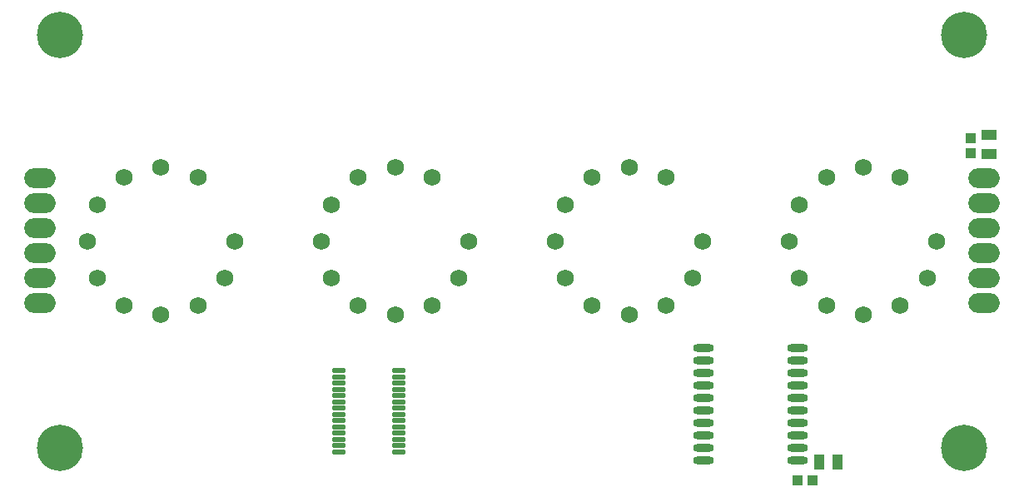
<source format=gbs>
G04*
G04 #@! TF.GenerationSoftware,Altium Limited,Altium Designer,18.0.9 (584)*
G04*
G04 Layer_Color=16711935*
%FSLAX25Y25*%
%MOIN*%
G70*
G01*
G75*
%ADD13R,0.03950X0.03950*%
%ADD14R,0.05918X0.04343*%
%ADD15C,0.18517*%
%ADD16C,0.06800*%
%ADD17O,0.12611X0.07887*%
%ADD35R,0.04343X0.05918*%
%ADD36O,0.08280X0.03162*%
%ADD37O,0.05524X0.02178*%
%ADD38R,0.03950X0.03950*%
D13*
X380495Y139567D02*
D03*
Y133661D02*
D03*
D14*
X387795Y133465D02*
D03*
Y140945D02*
D03*
D15*
X377953Y181102D02*
D03*
Y15748D02*
D03*
X15748Y181102D02*
D03*
Y15748D02*
D03*
D16*
X366929Y98425D02*
D03*
X362992Y83661D02*
D03*
X352165Y72835D02*
D03*
X337402Y68898D02*
D03*
X322638Y72835D02*
D03*
X311811Y83661D02*
D03*
X307874Y98425D02*
D03*
X311811Y113189D02*
D03*
X322638Y124016D02*
D03*
X337402Y127953D02*
D03*
X352165Y124016D02*
D03*
X273228Y98425D02*
D03*
X269291Y83661D02*
D03*
X258465Y72835D02*
D03*
X243701Y68898D02*
D03*
X228937Y72835D02*
D03*
X218110Y83661D02*
D03*
X214173Y98425D02*
D03*
X218110Y113189D02*
D03*
X228937Y124016D02*
D03*
X243701Y127953D02*
D03*
X258465Y124016D02*
D03*
X179528Y98425D02*
D03*
X175591Y83661D02*
D03*
X164764Y72835D02*
D03*
X150000Y68898D02*
D03*
X135236Y72835D02*
D03*
X124409Y83661D02*
D03*
X120472Y98425D02*
D03*
X124409Y113189D02*
D03*
X135236Y124016D02*
D03*
X150000Y127953D02*
D03*
X164764Y124016D02*
D03*
X85827Y98425D02*
D03*
X81890Y83661D02*
D03*
X71063Y72835D02*
D03*
X56299Y68898D02*
D03*
X41535Y72835D02*
D03*
X30709Y83661D02*
D03*
X26772Y98425D02*
D03*
X30709Y113189D02*
D03*
X41535Y124016D02*
D03*
X56299Y127953D02*
D03*
X71063Y124016D02*
D03*
D17*
X385827Y103622D02*
D03*
Y113622D02*
D03*
Y123622D02*
D03*
Y93622D02*
D03*
Y73622D02*
D03*
Y83622D02*
D03*
X7874Y103622D02*
D03*
Y113622D02*
D03*
Y123622D02*
D03*
Y93622D02*
D03*
Y73622D02*
D03*
Y83622D02*
D03*
D35*
X319800Y10059D02*
D03*
X327280D02*
D03*
D36*
X311024Y55748D02*
D03*
Y50748D02*
D03*
Y45748D02*
D03*
Y40748D02*
D03*
Y35748D02*
D03*
Y30748D02*
D03*
Y25748D02*
D03*
Y20748D02*
D03*
Y15748D02*
D03*
Y10748D02*
D03*
X273622Y55748D02*
D03*
Y50748D02*
D03*
Y45748D02*
D03*
Y40748D02*
D03*
Y35748D02*
D03*
Y30748D02*
D03*
Y25748D02*
D03*
Y20748D02*
D03*
Y15748D02*
D03*
Y10748D02*
D03*
D37*
X151378Y46565D02*
D03*
Y44065D02*
D03*
Y41565D02*
D03*
Y39065D02*
D03*
Y36565D02*
D03*
Y34065D02*
D03*
Y31565D02*
D03*
Y29065D02*
D03*
Y26565D02*
D03*
Y24065D02*
D03*
Y21565D02*
D03*
Y19065D02*
D03*
Y16565D02*
D03*
Y14065D02*
D03*
X127362Y46565D02*
D03*
Y44065D02*
D03*
Y41565D02*
D03*
Y39065D02*
D03*
Y36565D02*
D03*
Y34065D02*
D03*
Y31565D02*
D03*
Y29065D02*
D03*
Y26565D02*
D03*
Y24065D02*
D03*
Y21565D02*
D03*
Y19065D02*
D03*
Y16565D02*
D03*
Y14065D02*
D03*
D38*
X317126Y2759D02*
D03*
X311221D02*
D03*
M02*

</source>
